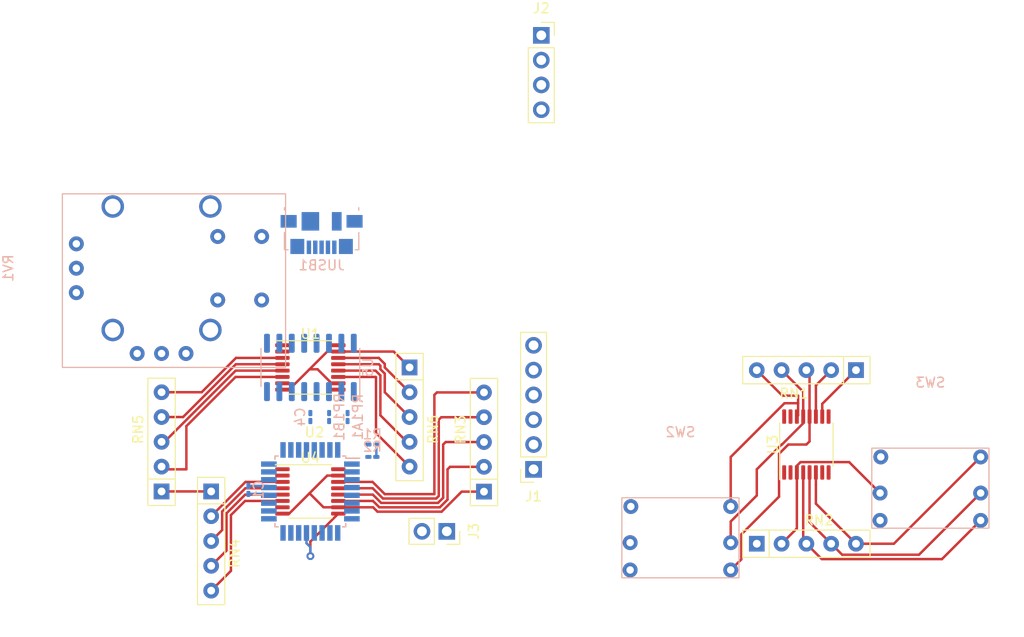
<source format=kicad_pcb>
(kicad_pcb (version 20211014) (generator pcbnew)
  (layers (0 "F.Cu" signal) (31 "B.Cu" signal) (34 "B.Paste" user) (35 "F.Paste" user) (36 "B.SilkS" user "B.Silkscreen") (37 "F.SilkS" user "F.Silkscreen") (38 "B.Mask" user) (39 "F.Mask" user) (44 "Edge.Cuts" user))
  (net 0 "")
  (net 1 "GND")
  (net 2 "+5V")
  (net 3 "/ENCODER_A")
  (net 4 "/ENCODER_B")
  (net 5 "Net-(JUSB1-Pad2)")
  (net 6 "/THUMB_PUSH")
  (net 7 "/TRIGGER_1")
  (net 12 "/TRIGGER_2")
  (net 13 "/PANEL_PUSH")
  (net 14 "/TOP_SIDE_PUSH")
  (net 18 "/HAT1_PUSH")
  (net 19 "/HAT2_PUSH")
  (net 20 "Net-(JUSB1-Pad3)")
  (net 21 "/BRAKE")
  (net 22 "/PINKY_PUSH")
  (net 23 "/NC")
  (net 24 "/THUMB_Y")
  (net 25 "/THUMB_X")
  (net 26 "/SH_LATCH")
  (net 27 "/SH_CLK")
  (net 28 "/SH_DATA3")
  (net 35 "/SH_DATA1")
  (net 36 "/SH_DATA2")
  (net 37 "Net-(C1-Pad1)")
  (net 39 "/SDA")
  (net 40 "/SCL")
  (net 41 "/RESET")
  (net 42 "Net-(RP1A1-Pad1)")
  (net 43 "Net-(RP1B1-Pad1)")
  (net 45 "/RX")
  (net 46 "/TX")
  (net 55 "Net-(C4-Pad1)")
  (net 58 "Net-(SW2-Pad5)")
  (net 59 "Net-(SW2-Pad3)")
  (net 60 "Net-(SW2-Pad2)")
  (net 61 "Net-(SW2-Pad1)")
  (net 62 "Net-(SW3-Pad5)")
  (net 63 "Net-(SW3-Pad3)")
  (net 64 "Net-(SW3-Pad2)")
  (net 65 "Net-(SW3-Pad1)")
  (net 66 "Net-(SW1-Pad)_1")
  (net 67 "Net-(SW1-Pad)_4")
  (net 68 "Net-(SW1-Pad)_3")
  (net 69 "Net-(SW1-Pad)_2")
  (net 70 "Net-(SW1-Pad)")
  (footprint "Connector_PinSocket_2.54mm:PinSocket_1x04_P2.54mm_Vertical" (layer "F.Cu") (at 196.37 24.13)
    (fp_text reference "J2" (at 0 -2.77) (layer "F.SilkS"))
    (fp_text value "Conn_01x04_Female")
    (fp_line (start 0 -1.33) (end 1.33 -1.33) (layer "F.SilkS") (width 0.12))
    (fp_line (start 1.33 -1.33) (end 1.33 0) (layer "F.SilkS") (width 0.12))
    (fp_line (start -1.33 1.27) (end 1.33 1.27) (layer "F.SilkS") (width 0.12))
    (fp_line (start 1.33 1.27) (end 1.33 8.95) (layer "F.SilkS") (width 0.12))
    (fp_line (start -1.33 8.95) (end 1.33 8.95) (layer "F.SilkS") (width 0.12))
    (fp_line (start -1.33 1.27) (end -1.33 8.95) (layer "F.SilkS") (width 0.12))
    (pad "1" thru_hole rect (at 0 0) (size 1.7 1.7) (drill 1) (layers *.Cu *.Mask) (net 25 "/THUMB_X"))
    (pad "2" thru_hole oval (at 0 2.54) (size 1.7 1.7) (drill 1) (layers *.Cu *.Mask) (net 24 "/THUMB_Y"))
    (pad "3" thru_hole oval (at 0 5.08) (size 1.7 1.7) (drill 1) (layers *.Cu *.Mask) (net 39 "/SDA"))
    (pad "4" thru_hole oval (at 0 7.62) (size 1.7 1.7) (drill 1) (layers *.Cu *.Mask) (net 40 "/SCL"))
  )
  (footprint "Connector_PinSocket_2.54mm:PinSocket_1x06_P2.54mm_Vertical" (layer "F.Cu") (at 195.58 68.58 180)
    (fp_text reference "J1" (at 0 -2.77) (layer "F.SilkS"))
    (fp_text value "Conn_01x06_Female")
    (fp_line (start 1.33 -1.33) (end 1.33 0) (layer "F.SilkS") (width 0.12))
    (fp_line (start -1.33 14.03) (end 1.33 14.03) (layer "F.SilkS") (width 0.12))
    (fp_line (start 1.33 1.27) (end 1.33 14.03) (layer "F.SilkS") (width 0.12))
    (fp_line (start 0 -1.33) (end 1.33 -1.33) (layer "F.SilkS") (width 0.12))
    (fp_line (start -1.33 1.27) (end -1.33 14.03) (layer "F.SilkS") (width 0.12))
    (fp_line (start -1.33 1.27) (end 1.33 1.27) (layer "F.SilkS") (width 0.12))
    (pad "1" thru_hole rect (at 0 0 180) (size 1.7 1.7) (drill 1) (layers *.Cu *.Mask) (net 6 "/THUMB_PUSH"))
    (pad "2" thru_hole oval (at 0 2.54 180) (size 1.7 1.7) (drill 1) (layers *.Cu *.Mask) (net 7 "/TRIGGER_1"))
    (pad "3" thru_hole oval (at 0 5.08 180) (size 1.7 1.7) (drill 1) (layers *.Cu *.Mask) (net 12 "/TRIGGER_2"))
    (pad "4" thru_hole oval (at 0 7.62 180) (size 1.7 1.7) (drill 1) (layers *.Cu *.Mask) (net 13 "/PANEL_PUSH"))
    (pad "5" thru_hole oval (at 0 10.16 180) (size 1.7 1.7) (drill 1) (layers *.Cu *.Mask) (net 14 "/TOP_SIDE_PUSH"))
    (pad "6" thru_hole oval (at 0 12.7 180) (size 1.7 1.7) (drill 1) (layers *.Cu *.Mask) (net 23 "/NC"))
  )
  (footprint "Package_SO:TSSOP-16_4.4x5mm_P0.65mm" (layer "F.Cu") (at 172.72 70.843866)
    (fp_text reference "U4" (at 0 -3.45) (layer "F.SilkS"))
    (fp_text value "74HC165")
    (fp_line (start 0 2.735) (end 2.2 2.735) (layer "F.SilkS") (width 0.12))
    (fp_line (start 0 2.735) (end -2.2 2.735) (layer "F.SilkS") (width 0.12))
    (fp_line (start 0 -2.735) (end -3.6 -2.735) (layer "F.SilkS") (width 0.12))
    (fp_line (start 0 -2.735) (end 2.2 -2.735) (layer "F.SilkS") (width 0.12))
    (pad "1" smd roundrect (at -2.8625 -2.275) (size 1.475 0.4) (layers "F.Cu" "F.Paste" "F.Mask") (net 26 "/SH_LATCH"))
    (pad "2" smd roundrect (at -2.8625 -1.625) (size 1.475 0.4) (layers "F.Cu" "F.Paste" "F.Mask") (net 27 "/SH_CLK"))
    (pad "3" smd roundrect (at -2.8625 -0.975) (size 1.475 0.4) (layers "F.Cu" "F.Paste" "F.Mask") (net 14 "/TOP_SIDE_PUSH"))
    (pad "4" smd roundrect (at -2.8625 -0.325) (size 1.475 0.4) (layers "F.Cu" "F.Paste" "F.Mask") (net 23 "/NC"))
    (pad "5" smd roundrect (at -2.8625 0.325) (size 1.475 0.4) (layers "F.Cu" "F.Paste" "F.Mask") (net 18 "/HAT1_PUSH"))
    (pad "6" smd roundrect (at -2.8625 0.975) (size 1.475 0.4) (layers "F.Cu" "F.Paste" "F.Mask") (net 19 "/HAT2_PUSH"))
    (pad "7" smd roundrect (at -2.8625 1.625) (size 1.475 0.4) (layers "F.Cu" "F.Paste" "F.Mask"))
    (pad "8" smd roundrect (at -2.8625 2.275) (size 1.475 0.4) (layers "F.Cu" "F.Paste" "F.Mask") (net 1 "GND"))
    (pad "9" smd roundrect (at 2.8625 2.275) (size 1.475 0.4) (layers "F.Cu" "F.Paste" "F.Mask") (net 36 "/SH_DATA2"))
    (pad "10" smd roundrect (at 2.8625 1.625) (size 1.475 0.4) (layers "F.Cu" "F.Paste" "F.Mask") (net 1 "GND"))
    (pad "11" smd roundrect (at 2.8625 0.975) (size 1.475 0.4) (layers "F.Cu" "F.Paste" "F.Mask") (net 6 "/THUMB_PUSH"))
    (pad "12" smd roundrect (at 2.8625 0.325) (size 1.475 0.4) (layers "F.Cu" "F.Paste" "F.Mask") (net 7 "/TRIGGER_1"))
    (pad "13" smd roundrect (at 2.8625 -0.325) (size 1.475 0.4) (layers "F.Cu" "F.Paste" "F.Mask") (net 12 "/TRIGGER_2"))
    (pad "14" smd roundrect (at 2.8625 -0.975) (size 1.475 0.4) (layers "F.Cu" "F.Paste" "F.Mask") (net 13 "/PANEL_PUSH"))
    (pad "15" smd roundrect (at 2.8625 -1.625) (size 1.475 0.4) (layers "F.Cu" "F.Paste" "F.Mask") (net 1 "GND"))
    (pad "16" smd roundrect (at 2.8625 -2.275) (size 1.475 0.4) (layers "F.Cu" "F.Paste" "F.Mask") (net 2 "+5V"))
  )
  (footprint "Resistor_THT:R_Array_SIP5" (layer "F.Cu") (at 162.56 70.843866 -90)
    (fp_text reference "RN4" (at 6.35 -2.4 90) (layer "F.SilkS"))
    (fp_text value "1k")
    (fp_line (start -1.44 -1.4) (end -1.44 1.4) (layer "F.SilkS") (width 0.12))
    (fp_line (start -1.44 1.4) (end 11.6 1.4) (layer "F.SilkS") (width 0.12))
    (fp_line (start 1.27 -1.4) (end 1.27 1.4) (layer "F.SilkS") (width 0.12))
    (fp_line (start 11.6 1.4) (end 11.6 -1.4) (layer "F.SilkS") (width 0.12))
    (fp_line (start 11.6 -1.4) (end -1.44 -1.4) (layer "F.SilkS") (width 0.12))
    (pad "1" thru_hole rect (at 0 0 270) (size 1.6 1.6) (drill 0.8) (layers *.Cu *.Mask) (net 1 "GND"))
    (pad "2" thru_hole oval (at 2.54 0 270) (size 1.6 1.6) (drill 0.8) (layers *.Cu *.Mask) (net 14 "/TOP_SIDE_PUSH"))
    (pad "3" thru_hole oval (at 5.08 0 270) (size 1.6 1.6) (drill 0.8) (layers *.Cu *.Mask) (net 23 "/NC"))
    (pad "4" thru_hole oval (at 7.62 0 270) (size 1.6 1.6) (drill 0.8) (layers *.Cu *.Mask) (net 18 "/HAT1_PUSH"))
    (pad "5" thru_hole oval (at 10.16 0 270) (size 1.6 1.6) (drill 0.8) (layers *.Cu *.Mask) (net 19 "/HAT2_PUSH"))
  )
  (footprint "Resistor_THT:R_Array_SIP5" (layer "F.Cu") (at 182.88 58.143866 -90)
    (fp_text reference "RN6" (at 6.35 -2.4 -270) (layer "F.SilkS"))
    (fp_text value "1k")
    (fp_line (start -1.44 1.4) (end 11.6 1.4) (layer "F.SilkS") (width 0.12))
    (fp_line (start 11.6 -1.4) (end -1.44 -1.4) (layer "F.SilkS") (width 0.12))
    (fp_line (start 11.6 1.4) (end 11.6 -1.4) (layer "F.SilkS") (width 0.12))
    (fp_line (start -1.44 -1.4) (end -1.44 1.4) (layer "F.SilkS") (width 0.12))
    (fp_line (start 1.27 -1.4) (end 1.27 1.4) (layer "F.SilkS") (width 0.12))
    (pad "1" thru_hole rect (at 0 0 270) (size 1.6 1.6) (drill 0.8) (layers *.Cu *.Mask) (net 1 "GND"))
    (pad "2" thru_hole oval (at 2.54 0 270) (size 1.6 1.6) (drill 0.8) (layers *.Cu *.Mask) (net 67 "Net-(SW1-Pad)_4"))
    (pad "3" thru_hole oval (at 5.08 0 270) (size 1.6 1.6) (drill 0.8) (layers *.Cu *.Mask) (net 68 "Net-(SW1-Pad)_3"))
    (pad "4" thru_hole oval (at 7.62 0 270) (size 1.6 1.6) (drill 0.8) (layers *.Cu *.Mask) (net 69 "Net-(SW1-Pad)_2"))
    (pad "5" thru_hole oval (at 10.16 0 270) (size 1.6 1.6) (drill 0.8) (layers *.Cu *.Mask) (net 70 "Net-(SW1-Pad)"))
  )
  (footprint "Package_SO:TSSOP-16_4.4x5mm_P0.65mm" (layer "F.Cu") (at 172.72 58.143866)
    (fp_text reference "U1" (at 0 -3.45) (layer "F.SilkS"))
    (fp_text value "74HC165")
    (fp_line (start 0 2.735) (end 2.2 2.735) (layer "F.SilkS") (width 0.12))
    (fp_line (start 0 -2.735) (end -3.6 -2.735) (layer "F.SilkS") (width 0.12))
    (fp_line (start 0 -2.735) (end 2.2 -2.735) (layer "F.SilkS") (width 0.12))
    (fp_line (start 0 2.735) (end -2.2 2.735) (layer "F.SilkS") (width 0.12))
    (pad "1" smd roundrect (at -2.8625 -2.275) (size 1.475 0.4) (layers "F.Cu" "F.Paste" "F.Mask") (net 26 "/SH_LATCH"))
    (pad "2" smd roundrect (at -2.8625 -1.625) (size 1.475 0.4) (layers "F.Cu" "F.Paste" "F.Mask") (net 27 "/SH_CLK"))
    (pad "3" smd roundrect (at -2.8625 -0.975) (size 1.475 0.4) (layers "F.Cu" "F.Paste" "F.Mask") (net 66 "Net-(SW1-Pad)_1"))
    (pad "4" smd roundrect (at -2.8625 -0.325) (size 1.475 0.4) (layers "F.Cu" "F.Paste" "F.Mask") (net 21 "/BRAKE"))
    (pad "5" smd roundrect (at -2.8625 0.325) (size 1.475 0.4) (layers "F.Cu" "F.Paste" "F.Mask") (net 22 "/PINKY_PUSH"))
    (pad "6" smd roundrect (at -2.8625 0.975) (size 1.475 0.4) (layers "F.Cu" "F.Paste" "F.Mask") (net 23 "/NC"))
    (pad "7" smd roundrect (at -2.8625 1.625) (size 1.475 0.4) (layers "F.Cu" "F.Paste" "F.Mask"))
    (pad "8" smd roundrect (at -2.8625 2.275) (size 1.475 0.4) (layers "F.Cu" "F.Paste" "F.Mask") (net 1 "GND"))
    (pad "9" smd roundrect (at 2.8625 2.275) (size 1.475 0.4) (layers "F.Cu" "F.Paste" "F.Mask") (net 28 "/SH_DATA3"))
    (pad "10" smd roundrect (at 2.8625 1.625) (size 1.475 0.4) (layers "F.Cu" "F.Paste" "F.Mask") (net 1 "GND"))
    (pad "11" smd roundrect (at 2.8625 0.975) (size 1.475 0.4) (layers "F.Cu" "F.Paste" "F.Mask") (net 70 "Net-(SW1-Pad)"))
    (pad "12" smd roundrect (at 2.8625 0.325) (size 1.475 0.4) (layers "F.Cu" "F.Paste" "F.Mask") (net 69 "Net-(SW1-Pad)_2"))
    (pad "13" smd roundrect (at 2.8625 -0.325) (size 1.475 0.4) (layers "F.Cu" "F.Paste" "F.Mask") (net 68 "Net-(SW1-Pad)_3"))
    (pad "14" smd roundrect (at 2.8625 -0.975) (size 1.475 0.4) (layers "F.Cu" "F.Paste" "F.Mask") (net 67 "Net-(SW1-Pad)_4"))
    (pad "15" smd roundrect (at 2.8625 -1.625) (size 1.475 0.4) (layers "F.Cu" "F.Paste" "F.Mask") (net 1 "GND"))
    (pad "16" smd roundrect (at 2.8625 -2.275) (size 1.475 0.4) (layers "F.Cu" "F.Paste" "F.Mask") (net 2 "+5V"))
  )
  (footprint "Package_SO:TSSOP-16_4.4x5mm_P0.65mm" (layer "F.Cu") (at 223.52 66.04 90)
    (fp_text reference "U3" (at 0 -3.45 90) (layer "F.SilkS"))
    (fp_text value "74HC165")
    (fp_line (start 0 -2.735) (end -3.6 -2.735) (layer "F.SilkS") (width 0.12))
    (fp_line (start 0 2.735) (end -2.2 2.735) (layer "F.SilkS") (width 0.12))
    (fp_line (start 0 2.735) (end 2.2 2.735) (layer "F.SilkS") (width 0.12))
    (fp_line (start 0 -2.735) (end 2.2 -2.735) (layer "F.SilkS") (width 0.12))
    (pad "1" smd roundrect (at -2.8625 -2.275 90) (size 1.475 0.4) (layers "F.Cu" "F.Paste" "F.Mask") (net 26 "/SH_LATCH"))
    (pad "2" smd roundrect (at -2.8625 -1.625 90) (size 1.475 0.4) (layers "F.Cu" "F.Paste" "F.Mask") (net 27 "/SH_CLK"))
    (pad "3" smd roundrect (at -2.8625 -0.975 90) (size 1.475 0.4) (layers "F.Cu" "F.Paste" "F.Mask") (net 62 "Net-(SW3-Pad5)"))
    (pad "4" smd roundrect (at -2.8625 -0.325 90) (size 1.475 0.4) (layers "F.Cu" "F.Paste" "F.Mask") (net 63 "Net-(SW3-Pad3)"))
    (pad "5" smd roundrect (at -2.8625 0.325 90) (size 1.475 0.4) (layers "F.Cu" "F.Paste" "F.Mask") (net 64 "Net-(SW3-Pad2)"))
    (pad "6" smd roundrect (at -2.8625 0.975 90) (size 1.475 0.4) (layers "F.Cu" "F.Paste" "F.Mask") (net 65 "Net-(SW3-Pad1)"))
    (pad "7" smd roundrect (at -2.8625 1.625 90) (size 1.475 0.4) (layers "F.Cu" "F.Paste" "F.Mask"))
    (pad "8" smd roundrect (at -2.8625 2.275 90) (size 1.475 0.4) (layers "F.Cu" "F.Paste" "F.Mask") (net 1 "GND"))
    (pad "9" smd roundrect (at 2.8625 2.275 90) (size 1.475 0.4) (layers "F.Cu" "F.Paste" "F.Mask") (net 35 "/SH_DATA1"))
    (pad "10" smd roundrect (at 2.8625 1.625 90) (size 1.475 0.4) (layers "F.Cu" "F.Paste" "F.Mask") (net 1 "GND"))
    (pad "11" smd roundrect (at 2.8625 0.975 90) (size 1.475 0.4) (layers "F.Cu" "F.Paste" "F.Mask") (net 58 "Net-(SW2-Pad5)"))
    (pad "12" smd roundrect (at 2.8625 0.325 90) (size 1.475 0.4) (layers "F.Cu" "F.Paste" "F.Mask") (net 59 "Net-(SW2-Pad3)"))
    (pad "13" smd roundrect (at 2.8625 -0.325 90) (size 1.475 0.4) (layers "F.Cu" "F.Paste" "F.Mask") (net 60 "Net-(SW2-Pad2)"))
    (pad "14" smd roundrect (at 2.8625 -0.975 90) (size 1.475 0.4) (layers "F.Cu" "F.Paste" "F.Mask") (net 61 "Net-(SW2-Pad1)"))
    (pad "15" smd roundrect (at 2.8625 -1.625 90) (size 1.475 0.4) (layers "F.Cu" "F.Paste" "F.Mask") (net 1 "GND"))
    (pad "16" smd roundrect (at 2.8625 -2.275 90) (size 1.475 0.4) (layers "F.Cu" "F.Paste" "F.Mask") (net 2 "+5V"))
  )
  (footprint "Resistor_THT:R_Array_SIP5" (layer "F.Cu") (at 157.48 70.843866 90)
    (fp_text reference "RN5" (at 6.35 -2.4 90) (layer "F.SilkS"))
    (fp_text value "1k")
    (fp_line (start -1.44 1.4) (end 11.6 1.4) (layer "F.SilkS") (width 0.12))
    (fp_line (start -1.44 -1.4) (end -1.44 1.4) (layer "F.SilkS") (width 0.12))
    (fp_line (start 1.27 -1.4) (end 1.27 1.4) (layer "F.SilkS") (width 0.12))
    (fp_line (start 11.6 1.4) (end 11.6 -1.4) (layer "F.SilkS") (width 0.12))
    (fp_line (start 11.6 -1.4) (end -1.44 -1.4) (layer "F.SilkS") (width 0.12))
    (pad "1" thru_hole rect (at 0 0 90) (size 1.6 1.6) (drill 0.8) (layers *.Cu *.Mask) (net 1 "GND"))
    (pad "2" thru_hole oval (at 2.54 0 90) (size 1.6 1.6) (drill 0.8) (layers *.Cu *.Mask) (net 23 "/NC"))
    (pad "3" thru_hole oval (at 5.08 0 90) (size 1.6 1.6) (drill 0.8) (layers *.Cu *.Mask) (net 22 "/PINKY_PUSH"))
    (pad "4" thru_hole oval (at 7.62 0 90) (size 1.6 1.6) (drill 0.8) (layers *.Cu *.Mask) (net 21 "/BRAKE"))
    (pad "5" thru_hole oval (at 10.16 0 90) (size 1.6 1.6) (drill 0.8) (layers *.Cu *.Mask) (net 66 "Net-(SW1-Pad)_1"))
  )
  (footprint "Resistor_THT:R_Array_SIP5" (layer "F.Cu") (at 218.44 76.2)
    (fp_text reference "RN2" (at 6.35 -2.4) (layer "F.SilkS"))
    (fp_text value "1k")
    (fp_line (start -1.44 1.4) (end 11.6 1.4) (layer "F.SilkS") (width 0.12))
    (fp_line (start -1.44 -1.4) (end -1.44 1.4) (layer "F.SilkS") (width 0.12))
    (fp_line (start 11.6 1.4) (end 11.6 -1.4) (layer "F.SilkS") (width 0.12))
    (fp_line (start 11.6 -1.4) (end -1.44 -1.4) (layer "F.SilkS") (width 0.12))
    (fp_line (start 1.27 -1.4) (end 1.27 1.4) (layer "F.SilkS") (width 0.12))
    (pad "1" thru_hole rect (at 0 0) (size 1.6 1.6) (drill 0.8) (layers *.Cu *.Mask) (net 1 "GND"))
    (pad "2" thru_hole oval (at 2.54 0) (size 1.6 1.6) (drill 0.8) (layers *.Cu *.Mask) (net 62 "Net-(SW3-Pad5)"))
    (pad "3" thru_hole oval (at 5.08 0) (size 1.6 1.6) (drill 0.8) (layers *.Cu *.Mask) (net 63 "Net-(SW3-Pad3)"))
    (pad "4" thru_hole oval (at 7.62 0) (size 1.6 1.6) (drill 0.8) (layers *.Cu *.Mask) (net 64 "Net-(SW3-Pad2)"))
    (pad "5" thru_hole oval (at 10.16 0) (size 1.6 1.6) (drill 0.8) (layers *.Cu *.Mask) (net 65 "Net-(SW3-Pad1)"))
  )
  (footprint "Connector_PinSocket_2.54mm:PinSocket_1x02_P2.54mm_Vertical" (layer "F.Cu") (at 186.69 74.93 -90)
    (fp_text reference "J3" (at 0 -2.77 90) (layer "F.SilkS"))
    (fp_text value "Conn_01x02_Female")
    (fp_line (start 1.33 -1.33) (end 1.33 0) (layer "F.SilkS") (width 0.12))
    (fp_line (start -1.33 1.27) (end 1.33 1.27) (layer "F.SilkS") (width 0.12))
    (fp_line (start 0 -1.33) (end 1.33 -1.33) (layer "F.SilkS") (width 0.12))
    (fp_line (start 1.33 1.27) (end 1.33 3.87) (layer "F.SilkS") (width 0.12))
    (fp_line (start -1.33 3.87) (end 1.33 3.87) (layer "F.SilkS") (width 0.12))
    (fp_line (start -1.33 1.27) (end -1.33 3.87) (layer "F.SilkS") (width 0.12))
    (pad "1" thru_hole rect (at 0 0 270) (size 1.7 1.7) (drill 1) (layers *.Cu *.Mask) (net 3 "/ENCODER_A"))
    (pad "2" thru_hole oval (at 0 2.54 270) (size 1.7 1.7) (drill 1) (layers *.Cu *.Mask) (net 4 "/ENCODER_B"))
  )
  (footprint "Resistor_THT:R_Array_SIP5" (layer "F.Cu") (at 228.6 58.42 180)
    (fp_text reference "RN1" (at 6.35 -2.4) (layer "F.SilkS"))
    (fp_text value "1k")
    (fp_line (start -1.44 -1.4) (end -1.44 1.4) (layer "F.SilkS") (width 0.12))
    (fp_line (start -1.44 1.4) (end 11.6 1.4) (layer "F.SilkS") (width 0.12))
    (fp_line (start 11.6 -1.4) (end -1.44 -1.4) (layer "F.SilkS") (width 0.12))
    (fp_line (start 1.27 -1.4) (end 1.27 1.4) (layer "F.SilkS") (width 0.12))
    (fp_line (start 11.6 1.4) (end 11.6 -1.4) (layer "F.SilkS") (width 0.12))
    (pad "1" thru_hole rect (at 0 0 180) (size 1.6 1.6) (drill 0.8) (layers *.Cu *.Mask) (net 1 "GND"))
    (pad "2" thru_hole oval (at 2.54 0 180) (size 1.6 1.6) (drill 0.8) (layers *.Cu *.Mask) (net 58 "Net-(SW2-Pad5)"))
    (pad "3" thru_hole oval (at 5.08 0 180) (size 1.6 1.6) (drill 0.8) (layers *.Cu *.Mask) (net 59 "Net-(SW2-Pad3)"))
    (pad "4" thru_hole oval (at 7.62 0 180) (size 1.6 1.6) (drill 0.8) (layers *.Cu *.Mask) (net 60 "Net-(SW2-Pad2)"))
    (pad "5" thru_hole oval (at 10.16 0 180) (size 1.6 1.6) (drill 0.8) (layers *.Cu *.Mask) (net 61 "Net-(SW2-Pad1)"))
  )
  (footprint "Resistor_THT:R_Array_SIP5" (layer "F.Cu") (at 190.5 70.863866 90)
    (fp_text reference "RN3" (at 6.35 -2.4 90) (layer "F.SilkS"))
    (fp_text value "1k")
    (fp_line (start -1.44 -1.4) (end -1.44 1.4) (layer "F.SilkS") (width 0.12))
    (fp_line (start 1.27 -1.4) (end 1.27 1.4) (layer "F.SilkS") (width 0.12))
    (fp_line (start 11.6 -1.4) (end -1.44 -1.4) (layer "F.SilkS") (width 0.12))
    (fp_line (start -1.44 1.4) (end 11.6 1.4) (layer "F.SilkS") (width 0.12))
    (fp_line (start 11.6 1.4) (end 11.6 -1.4) (layer "F.SilkS") (width 0.12))
    (pad "1" thru_hole rect (at 0 0 90) (size 1.6 1.6) (drill 0.8) (layers *.Cu *.Mask) (net 1 "GND"))
    (pad "2" thru_hole oval (at 2.54 0 90) (size 1.6 1.6) (drill 0.8) (layers *.Cu *.Mask) (net 6 "/THUMB_PUSH"))
    (pad "3" thru_hole oval (at 5.08 0 90) (size 1.6 1.6) (drill 0.8) (layers *.Cu *.Mask) (net 7 "/TRIGGER_1"))
    (pad "4" thru_hole oval (at 7.62 0 90) (size 1.6 1.6) (drill 0.8) (layers *.Cu *.Mask) (net 12 "/TRIGGER_2"))
    (pad "5" thru_hole oval (at 10.16 0 90) (size 1.6 1.6) (drill 0.8) (layers *.Cu *.Mask) (net 13 "/PANEL_PUSH"))
  )
  (footprint "Alps-RKJXV:RKJXV122400R" (layer "B.Cu") (at 157.48 47.983866 -90)
    (fp_text reference "RV1" (at 0 15.7 90 unlocked) (layer "B.SilkS") (effects (justify mirror)))
    (fp_text value "RKJXV122400R")
    (fp_rect (start -7.62 10.16) (end 10.16 -12.7) (layer "B.SilkS") (width 0.12) (fill none))
    (pad "1" thru_hole circle (at -2.5 8.73 270) (size 1.524 1.524) (drill 0.762) (layers *.Cu *.Mask) (net 2 "+5V"))
    (pad "2" thru_hole circle (at 8.73 2.5 270) (size 1.524 1.524) (drill 0.762) (layers *.Cu *.Mask) (net 2 "+5V"))
    (pad "3" thru_hole circle (at 2.5 8.73 270) (size 1.524 1.524) (drill 0.762) (layers *.Cu *.Mask) (net 1 "GND"))
    (pad "4" thru_hole circle (at 8.73 -2.5 270) (size 1.524 1.524) (drill 0.762) (layers *.Cu *.Mask) (net 1 "GND"))
    (pad "5" thru_hole circle (at -6.325 5 270) (size 2.3 2.3) (drill 1.6) (layers *.Cu *.Mask) (net 1 "GND"))
    (pad "5" thru_hole circle (at -6.325 -5 270) (size 2.3 2.3) (drill 1.6) (layers *.Cu *.Mask) (net 1 "GND"))
    (pad "5" thru_hole circle (at 6.325 -5 270) (size 2.3 2.3) (drill 1.6) (layers *.Cu *.Mask) (net 1 "GND"))
    (pad "5" thru_hole circle (at 6.325 5 270) (size 2.3 2.3) (drill 1.6) (layers *.Cu *.Mask) (net 1 "GND"))
    (pad "6" thru_hole circle (at 8.73 0 270) (size 1.524 1.524) (drill 0.762) (layers *.Cu *.Mask) (net 24 "/THUMB_Y"))
    (pad "7" thru_hole circle (at 0 8.73 270) (size 1.524 1.524) (drill 0.762) (layers *.Cu *.Mask) (net 25 "/THUMB_X"))
    (pad "8" thru_hole circle (at 3.25 -5.75 270) (size 1.524 1.524) (drill 0.762) (layers *.Cu *.Mask) (net 2 "+5V"))
    (pad "8" thru_hole circle (at -3.25 -5.75 270) (size 1.524 1.524) (drill 0.762) (layers *.Cu *.Mask) (net 2 "+5V"))
    (pad "9" thru_hole circle (at 3.25 -10.25 270) (size 1.524 1.524) (drill 0.762) (layers *.Cu *.Mask) (net 6 "/THUMB_PUSH"))
    (pad "9" thru_hole circle (at -3.25 -10.25 270) (size 1.524 1.524) (drill 0.762) (layers *.Cu *.Mask) (net 6 "/THUMB_PUSH"))
  )
  (footprint "Alps-SKQU:SKQUCAA010" (layer "B.Cu") (at 210.62 72.39 180)
    (fp_text reference "SW2" (at 0 7.62 unlocked) (layer "B.SilkS") (effects (justify mirror)))
    (fp_text value "SKQUCAA010")
    (fp_rect (start -6 0.9) (end 6 -7.3) (layer "B.SilkS") (width 0.12) (fill none))
    (pad "1" thru_hole circle (at -5.15 0 180) (size 1.524 1.524) (drill 0.762) (layers *.Cu *.Mask) (net 61 "Net-(SW2-Pad1)"))
    (pad "2" thru_hole circle (at -5.15 -3.7 180) (size 1.524 1.524) (drill 0.762) (layers *.Cu *.Mask) (net 60 "Net-(SW2-Pad2)"))
    (pad "3" thru_hole circle (at -5.15 -6.5 180) (size 1.524 1.524) (drill 0.762) (layers *.Cu *.Mask) (net 59 "Net-(SW2-Pad3)"))
    (pad "4" thru_hole circle (at 5.15 -6.5 180) (size 1.524 1.524) (drill 0.762) (layers *.Cu *.Mask) (net 2 "+5V"))
    (pad "5" thru_hole circle (at 5.15 -3.7 180) (size 1.524 1.524) (drill 0.762) (layers *.Cu *.Mask) (net 58 "Net-(SW2-Pad5)"))
    (pad "6" thru_hole circle (at 5.08 0 180) (size 1.524 1.524) (drill 0.762) (layers *.Cu *.Mask) (net 18 "/HAT1_PUSH"))
  )
  (footprint "Resistor_SMD:R_0201_0603Metric_Pad0.64x0.40mm_HandSolder" (layer "B.Cu") (at 174.637024 63.223866 90)
    (fp_text reference "RP1B1" (at 0 1.05 90) (layer "B.SilkS") (effects (justify mirror)))
    (fp_text value "1k")
    (pad "1" smd roundrect (at -0.4075 0 90) (size 0.635 0.4) (layers "B.Cu" "B.Mask") (net 43 "Net-(RP1B1-Pad1)"))
    (pad "2" smd roundrect (at 0.4075 0 90) (size 0.635 0.4) (layers "B.Cu" "B.Mask") (net 46 "/TX"))
  )
  (footprint "Resistor_SMD:R_0201_0603Metric_Pad0.64x0.40mm_HandSolder" (layer "B.Cu") (at 179.07 67.31 180)
    (fp_text reference "R2" (at 0 1.05) (layer "B.SilkS") (effects (justify mirror)))
    (fp_text value "1k")
    (pad "1" smd roundrect (at -0.4075 0 180) (size 0.635 0.4) (layers "B.Cu" "B.Mask") (net 2 "+5V"))
    (pad "2" smd roundrect (at 0.4075 0 180) (size 0.635 0.4) (layers "B.Cu" "B.Mask") (net 4 "/ENCODER_B"))
  )
  (footprint "Alps-SKQU:SKQUCAA010" (layer "B.Cu") (at 236.22 67.31 180)
    (fp_text reference "SW3" (at 0 7.62 unlocked) (layer "B.SilkS") (effects (justify mirror)))
    (fp_text value "SKQUCAA010")
    (fp_rect (start -6 0.9) (end 6 -7.3) (layer "B.SilkS") (width 0.12) (fill none))
    (pad "1" thru_hole circle (at -5.15 0 180) (size 1.524 1.524) (drill 0.762) (layers *.Cu *.Mask) (net 65 "Net-(SW3-Pad1)"))
    (pad "2" thru_hole circle (at -5.15 -3.7 180) (size 1.524 1.524) (drill 0.762) (layers *.Cu *.Mask) (net 64 "Net-(SW3-Pad2)"))
    (pad "3" thru_hole circle (at -5.15 -6.5 180) (size 1.524 1.524) (drill 0.762) (layers *.Cu *.Mask) (net 63 "Net-(SW3-Pad3)"))
    (pad "4" thru_hole circle (at 5.15 -6.5 180) (size 1.524 1.524) (drill 0.762) (layers *.Cu *.Mask) (net 2 "+5V"))
    (pad "5" thru_hole circle (at 5.15 -3.7 180) (size 1.524 1.524) (drill 0.762) (layers *.Cu *.Mask) (net 62 "Net-(SW3-Pad5)"))
    (pad "6" thru_hole circle (at 5.08 0 180) (size 1.524 1.524) (drill 0.762) (layers *.Cu *.Mask) (net 19 "/HAT2_PUSH"))
  )
  (footprint "Package_QFP:TQFP-32_7x7mm_P0.8mm" (layer "B.Cu") (at 172.72 70.843866 180)
    (fp_text reference "U2" (at -0.417024 6.05) (layer "F.SilkS"))
    (fp_text value "ATmega328P-A")
    (fp_line (start -3.625 3.625) (end -3.625 3.4) (layer "B.SilkS") (width 0.15))
    (fp_line (start 3.625 3.625) (end 3.625 3.3) (layer "B.SilkS") (width 0.15))
    (fp_line (start 3.625 -3.625) (end 3.625 -3.3) (layer "B.SilkS") (width 0.15))
    (fp_line (start -3.625 -3.625) (end -3.3 -3.625) (layer "B.SilkS") (width 0.15))
    (fp_line (start -3.625 -3.625) (end -3.625 -3.3) (layer "B.SilkS") (width 0.15))
    (fp_line (start -3.625 3.625) (end -3.3 3.625) (layer "B.SilkS") (width 0.15))
    (fp_line (start 3.625 -3.625) (end 3.3 -3.625) (layer "B.SilkS") (width 0.15))
    (fp_line (start 3.625 3.625) (end 3.3 3.625) (layer "B.SilkS") (width 0.15))
    (fp_line (start -3.625 3.4) (end -5.05 3.4) (layer "B.SilkS") (width 0.15))
    (pad "1" smd rect (at -4.25 2.8 180) (size 1.6 0.55) (layers "B.Cu" "B.Paste" "B.Mask") (net 4 "/ENCODER_B"))
    (pad "2" smd rect (at -4.25 2 180) (size 1.6 0.55) (layers "B.Cu" "B.Paste" "B.Mask"))
    (pad "3" smd rect (at -4.25 1.2 180) (size 1.6 0.55) (layers "B.Cu" "B.Paste" "B.Mask") (net 1 "GND"))
    (pad "4" smd rect (at -4.25 0.4 180) (size 1.6 0.55) (layers "B.Cu" "B.Paste" "B.Mask") (net 2 "+5V"))
    (pad "5" smd rect (at -4.25 -0.4 180) (size 1.6 0.55) (layers "B.Cu" "B.Paste" "B.Mask") (net 1 "GND"))
    (pad "6" smd rect (at -4.25 -1.2 180) (size 1.6 0.55) (layers "B.Cu" "B.Paste" "B.Mask") (net 2 "+5V"))
    (pad "7" smd rect (at -4.25 -2 180) (size 1.6 0.55) (layers "B.Cu" "B.Paste" "B.Mask"))
    (pad "8" smd rect (at -4.25 -2.8 180) (size 1.6 0.55) (layers "B.Cu" "B.Paste" "B.Mask"))
    (pad "9" smd rect (at -2.8 -4.25 90) (size 1.6 0.55) (layers "B.Cu" "B.Paste" "B.Mask"))
    (pad "10" smd rect (at -2 -4.25 90) (size 1.6 0.55) (layers "B.Cu" "B.Paste" "B.Mask"))
    (pad "11" smd rect (at -1.2 -4.25 90) (size 1.6 0.55) (layers "B.Cu" "B.Paste" "B.Mask"))
    (pad "12" smd rect (at -0.4 -4.25 90) (size 1.6 0.55) (layers "B.Cu" "B.Paste" "B.Mask") (net 35 "/SH_DATA1"))
    (pad "13" smd rect (at 0.4 -4.25 90) (size 1.6 0.55) (layers "B.Cu" "B.Paste" "B.Mask") (net 36 "/SH_DATA2"))
    (pad "14" smd rect (at 1.2 -4.25 90) (size 1.6 0.55) (layers "B.Cu" "B.Paste" "B.Mask") (net 28 "/SH_DATA3"))
    (pad "15" smd rect (at 2 -4.25 90) (size 1.6 0.55) (layers "B.Cu" "B.Paste" "B.Mask"))
    (pad "16" smd rect (at 2.8 -4.25 90) (size 1.6 0.55) (layers "B.Cu" "B.Paste" "B.Mask"))
    (pad "17" smd rect (at 4.25 -2.8 180) (size 1.6 0.55) (layers "B.Cu" "B.Paste" "B.Mask"))
    (pad "18" smd rect (at 4.25 -2 180) (size 1.6 0.55) (layers "B.Cu" "B.Paste" "B.Mask") (net 2 "+5V"))
    (pad "19" smd rect (at 4.25 -1.2 180) (size 1.6 0.55) (layers "B.Cu" "B.Paste" "B.Mask"))
    (pad "20" smd rect (at 4.25 -0.4 180) (size 1.6 0.55) (layers "B.Cu" "B.Paste" "B.Mask") (net 37 "Net-(C1-Pad1)"))
    (pad "21" smd rect (at 4.25 0.4 180) (size 1.6 0.55) (layers "B.Cu" "B.Paste" "B.Mask") (net 1 "GND"))
    (pad "22" smd rect (at 4.25 1.2 180) (size 1.6 0.55) (layers "B.Cu" "B.Paste" "B.Mask"))
    (pad "23" smd rect (at 4.25 2 180) (size 1.6 0.55) (layers "B.Cu" "B.Paste" "B.Mask") (net 27 "/SH_CLK"))
    (pad "24" smd rect (at 4.25 2.8 180) (size 1.6 0.55) (layers "B.Cu" "B.Paste" "B.Mask") (net 26 "/SH_LATCH"))
    (pad "25" smd rect (at 2.8 4.25 90) (size 1.6 0.55) (layers "B.Cu" "B.Paste" "B.Mask") (net 25 "/THUMB_X"))
    (pad "26" smd rect (at 2 4.25 90) (size 1.6 0.55) (layers "B.Cu" "B.Paste" "B.Mask") (net 24 "/THUMB_Y"))
    (pad "27" smd rect (at 1.2 4.25 90) (size 1.6 0.55) (layers "B.Cu" "B.Paste" "B.Mask") (net 39 "/SDA"))
    (pad "28" smd rect (at 0.4 4.25 90) (size 1.6 0.55) (layers "B.Cu" "B.Paste" "B.Mask") (net 40 "/SCL"))
    (pad "29" smd rect (at -0.4 4.25 90) (size 1.6 0.55) (layers "B.Cu" "B.Paste" "B.Mask") (net 41 "/RESET"))
    (pad "30" smd rect (at -1.2 4.25 90) (size 1.6 0.55) (layers "B.Cu" "B.Paste" "B.Mask") (net 42 "Net-(RP1A1-Pad1)"))
    (pad "31" smd rect (at -2 4.25 90) (size 1.6 0.55) (layers "B.Cu" "B.Paste" "B.Mask") (net 43 "Net-(RP1B1-Pad1)"))
    (pad "32" smd rect (at -2.8 4.25 90) (size 1.6 0.55) (layers "B.Cu" "B.Paste" "B.Mask") (net 3 "/ENCODER_A"))
  )
  (footprint "Resistor_SMD:R_0201_0603Metric_Pad0.64x0.40mm_HandSolder" (layer "B.Cu") (at 176.53 63.223866 90)
    (fp_text reference "RP1A1" (at 0 1.05 90) (layer "B.SilkS") (effects (justify mirror)))
    (fp_text value "1k")
    (pad "1" smd roundrect (at -0.4075 0 90) (size 0.635 0.4) (layers "B.Cu" "B.Mask") (net 42 "Net-(RP1A1-Pad1)"))
    (pad "2" smd roundrect (at 0.4075 0 90) (size 0.635 0.4) (layers "B.Cu" "B.Mask") (net 45 "/RX"))
  )
  (footprint "Package_SO:SOIC-16_3.9x9.9mm_P1.27mm" (layer "B.Cu") (at 172.72 58.143866 90)
    (fp_text reference "U5" (at 0 5.9 90) (layer "B.SilkS") (effects (justify mirror)))
    (fp_text value "CH340G")
    (fp_line (start 0 5.06) (end -3.45 5.06) (layer "B.SilkS") (width 0.12))
    (fp_line (start 0 5.06) (end 1.95 5.06) (layer "B.SilkS") (width 0.12))
    (fp_line (start 0 -5.06) (end 1.95 -5.06) (layer "B.SilkS") (width 0.12))
    (fp_line (start 0 -5.06) (end -1.95 -5.06) (layer "B.SilkS") (width 0.12))
    (pad "1" smd roundrect (at -2.475 4.445 90) (size 1.95 0.6) (layers "B.Cu" "B.Paste" "B.Mask"))
    (pad "2" smd roundrect (at -2.475 3.175 90) (size 1.95 0.6) (layers "B.Cu" "B.Paste" "B.Mask") (net 45 "/RX"))
    (pad "3" smd roundrect (at -2.475 1.905 90) (size 1.95 0.6) (layers "B.Cu" "B.Paste" "B.Mask") (net 46 "/TX"))
    (pad "4" smd roundrect (at -2.475 0.635 90) (size 1.95 0.6) (layers "B.Cu" "B.Paste" "B.Mask"))
    (pad "5" smd roundrect (at -2.475 -0.635 90) (size 1.95 0.6) (layers "B.Cu" "B.Paste" "B.Mask") (net 20 "Net-(JUSB1-Pad3)"))
    (pad "6" smd roundrect (at -2.475 -1.905 90) (size 1.95 0.6) (layers "B.Cu" "B.Paste" "B.Mask") (net 5 "Net-(JUSB1-Pad2)"))
    (pad "7" smd roundrect (at -2.475 -3.175 90) (size 1.95 0.6) (layers "B.Cu" "B.Paste" "B.Mask"))
    (pad "8" smd roundrect (at -2.475 -4.445 90) (size 1.95 0.6) (layers "B.Cu" "B.Paste" "B.Mask"))
    (pad "9" smd roundrect (at 2.475 -4.445 90) (size 1.95 0.6) (layers "B.Cu" "B.Paste" "B.Mask"))
    (pad "10" smd roundrect (at 2.475 -3.175 90) (size 1.95 0.6) (layers "B.Cu" "B.Paste" "B.Mask"))
    (pad "11" smd roundrect (at 2.475 -1.905 90) (size 1.95 0.6) (layers "B.Cu" "B.Paste" "B.Mask"))
    (pad "12" smd roundrect (at 2.475 -0.635 90) (size 1.95 0.6) (layers "B.Cu" "B.Paste" "B.Mask"))
    (pad "13" smd roundrect (at 2.475 0.635 90) (size 1.95 0.6) (layers "B.Cu" "B.Paste" "B.Mask") (net 55 "Net-(C4-Pad1)"))
    (pad "14" smd roundrect (at 2.475 1.905 90) (size 1.95 0.6) (layers "B.Cu" "B.Paste" "B.Mask"))
    (pad "15" smd roundrect (at 2.475 3.175 90) (size 1.95 0.6) (layers "B.Cu" "B.Paste" "B.Mask"))
    (pad "16" smd roundrect (at 2.475 4.445 90) (size 1.95 0.6) (layers "B.Cu" "B.Paste" "B.Mask") (net 2 "+5V"))
  )
  (footprint "Resistor_SMD:R_0201_0603Metric_Pad0.64x0.40mm_HandSolder" (layer "B.Cu") (at 179.07 66.04 180)
    (fp_text reference "R1" (at 0 1.05) (layer "B.SilkS") (effects (justify mirror)))
    (fp_text value "1k")
    (pad "1" smd roundrect (at -0.4075 0 180) (size 0.635 0.4) (layers "B.Cu" "B.Mask") (net 2 "+5V"))
    (pad "2" smd roundrect (at 0.4075 0 180) (size 0.635 0.4) (layers "B.Cu" "B.Mask") (net 3 "/ENCODER_A"))
  )
  (footprint "Connector_USB:USB_Micro-B_Molex_47346-0001" (layer "B.Cu") (at 173.87 44.38)
    (fp_text reference "JUSB1" (at 0 3.3) (layer "B.SilkS") (effects (justify mirror)))
    (fp_text value "USB_B_Micro")
    (fp_line (start -3.81 -0.06) (end -3.81 1.71) (layer "B.SilkS") (width 0.12))
    (fp_line (start 3.81 1.71) (end 3.43 1.71) (layer "B.SilkS") (width 0.12))
    (fp_line (start 3.81 1.71) (end 3.81 -0.06) (layer "B.SilkS") (width 0.12))
    (fp_line (start 3.81 -2.34) (end 3.81 -2.6) (layer "B.SilkS") (width 0.12))
    (fp_line (start -3.81 1.71) (end -3.43 1.71) (layer "B.SilkS") (width 0.12))
    (fp_line (start -3.81 -2.6) (end -3.81 -2.34) (layer "B.SilkS") (width 0.12))
    (pad "1" smd rect (at -1.3 1.46) (size 0.45 1.38) (layers "B.Cu" "B.Paste" "B.Mask") (net 2 "+5V"))
    (pad "2" smd rect (at -0.65 1.46) (size 0.45 1.38) (layers "B.Cu" "B.Paste" "B.Mask") (net 5 "Net-(JUSB1-Pad2)"))
    (pad "3" smd rect (at 0 1.46) (size 0.45 1.38) (layers "B.Cu" "B.Paste" "B.Mask") (net 20 "Net-(JUSB1-Pad3)"))
    (pad "4" smd rect (at 0.65 1.46) (size 0.45 1.38) (layers "B.Cu" "B.Paste" "B.Mask"))
    (pad "5" smd rect (at 1.3 1.46) (size 0.45 1.38) (layers "B.Cu" "B.Paste" "B.Mask") (net 1 "GND"))
    (pad "6" smd rect (at 1.55 -1.2) (size 1 1.9) (layers "B.Cu" "B.Paste" "B.Mask") (net 1 "GND"))
    (pad "6" smd rect (at -1.15 -1.2) (size 1.8 1.9) (layers "B.Cu" "B.Paste" "B.Mask") (net 1 "GND"))
    (pad "6" smd rect (at -3.375 -1.2) (size 1.65 1.3) (layers "B.Cu" "B.Paste" "B.Mask") (net 1 "GND"))
    (pad "6" smd rect (at -2.4875 1.375) (size 1.425 1.55) (layers "B.Cu" "B.Paste" "B.Mask") (net 1 "GND"))
    (pad "6" smd rect (at 3.375 -1.2) (size 1.65 1.3) (layers "B.Cu" "B.Paste" "B.Mask") (net 1 "GND"))
    (pad "6" smd rect (at 2.4875 1.375) (size 1.425 1.55) (layers "B.Cu" "B.Paste" "B.Mask") (net 1 "GND"))
  )
  (footprint "Resistor_SMD:R_0201_0603Metric_Pad0.64x0.40mm_HandSolder" (layer "B.Cu") (at 172.72 63.223866 -90)
    (fp_text reference "C4" (at 0 1.05 90) (layer "B.SilkS") (effects (justify mirror)))
    (fp_text value "100nF")
    (pad "1" smd roundrect (at -0.4075 0 270) (size 0.635 0.4) (layers "B.Cu" "B.Mask") (net 55 "Net-(C4-Pad1)"))
    (pad "2" smd roundrect (at 0.4075 0 270) (size 0.635 0.4) (layers "B.Cu" "B.Mask") (net 41 "/RESET"))
  )
  (footprint "Resistor_SMD:R_0201_0603Metric_Pad0.64x0.40mm_HandSolder" (layer "B.Cu") (at 166.37 70.6875 90)
    (fp_text reference "C1" (at 0 1.05 90) (layer "B.SilkS") (effects (justify mirror)))
    (fp_text value "100nF")
    (pad "1" smd roundrect (at -0.4075 0 90) (size 0.635 0.4) (layers "B.Cu" "B.Mask") (net 37 "Net-(C1-Pad1)"))
    (pad "2" smd roundrect (at 0.4075 0 90) (size 0.635 0.4) (layers "B.Cu" "B.Mask") (net 1 "GND"))
  )
  (segment (start 187.96 71.12) (end 187.96 71.122868) (width 0.25) (layer "F.Cu") (net 1))
  (segment (start 174.894639 59.768866) (end 173.457886 58.332113) (width 0.25) (layer "F.Cu") (net 1))
  (segment (start 175.5825 72.468866) (end 174.068866 72.468866) (width 0.25) (layer "F.Cu") (net 1))
  (segment (start 170.545361 60.418866) (end 172.632113 58.332113) (width 0.25) (layer "F.Cu") (net 1))
  (segment (start 175.5825 59.768866) (end 174.894639 59.768866) (width 0.25) (layer "F.Cu") (net 1))
  (segment (start 188.216134 70.863866) (end 187.96 71.12) (width 0.25) (layer "F.Cu") (net 1))
  (segment (start 173.457886 58.332113) (end 172.632113 58.332113) (width 0.25) (layer "F.Cu") (net 1))
  (segment (start 186.164788 72.91808) (end 179.595208 72.91808) (width 0.25) (layer "F.Cu") (net 1))
  (segment (start 179.145994 72.468866) (end 175.5825 72.468866) (width 0.25) (layer "F.Cu") (net 1))
  (segment (start 172.632113 58.332113) (end 174.445361 56.518866) (width 0.25) (layer "F.Cu") (net 1))
  (segment (start 181.255 56.518866) (end 175.5825 56.518866) (width 0.25) (layer "F.Cu") (net 1))
  (segment (start 169.8575 60.418866) (end 170.545361 60.418866) (width 0.25) (layer "F.Cu") (net 1))
  (segment (start 174.068866 72.468866) (end 172.632113 71.032113) (width 0.25) (layer "F.Cu") (net 1))
  (segment (start 225.145 61.875) (end 225.145 63.1775) (width 0.25) (layer "F.Cu") (net 1))
  (segment (start 157.48 70.843866) (end 162.56 70.843866) (width 0.25) (layer "F.Cu") (net 1))
  (segment (start 170.545361 73.118866) (end 172.632113 71.032113) (width 0.25) (layer "F.Cu") (net 1))
  (segment (start 228.6 58.42) (end 225.145 61.875) (width 0.25) (layer "F.Cu") (net 1))
  (segment (start 190.5 70.863866) (end 188.216134 70.863866) (width 0.25) (layer "F.Cu") (net 1))
  (segment (start 187.96 71.122868) (end 186.164788 72.91808) (width 0.25) (layer "F.Cu") (net 1))
  (segment (start 174.445361 56.518866) (end 175.5825 56.518866) (width 0.25) (layer "F.Cu") (net 1))
  (segment (start 172.632113 71.032113) (end 174.445361 69.218866) (width 0.25) (layer "F.Cu") (net 1))
  (segment (start 179.595208 72.91808) (end 179.145994 72.468866) (width 0.25) (layer "F.Cu") (net 1))
  (segment (start 174.445361 69.218866) (end 175.5825 69.218866) (width 0.25) (layer "F.Cu") (net 1))
  (segment (start 169.8575 73.118866) (end 170.545361 73.118866) (width 0.25) (layer "F.Cu") (net 1))
  (segment (start 182.88 58.143866) (end 181.255 56.518866) (width 0.25) (layer "F.Cu") (net 1))
  (segment (start 168.306134 70.28) (end 168.47 70.443866) (width 0.25) (layer "B.Cu") (net 1))
  (segment (start 166.37 70.28) (end 168.306134 70.28) (width 0.25) (layer "B.Cu") (net 1))
  (segment (start 179.4775 66.04) (end 179.4775 67.31) (width 0.25) (layer "B.Cu") (net 2))
  (segment (start 179.781406 72.46856) (end 179.131712 71.818866) (width 0.25) (layer "F.Cu") (net 6))
  (segment (start 190.5 68.323866) (end 187.024694 68.323866) (width 0.25) (layer "F.Cu") (net 6))
  (segment (start 187.024694 68.323866) (end 186.76856 68.58) (width 0.25) (layer "F.Cu") (net 6))
  (segment (start 185.978591 72.46856) (end 179.781406 72.46856) (width 0.25) (layer "F.Cu") (net 6))
  (segment (start 186.768559 71.678593) (end 185.978591 72.46856) (width 0.25) (layer "F.Cu") (net 6))
  (segment (start 186.76856 68.58) (end 186.768559 71.678593) (width 0.25) (layer "F.Cu") (net 6))
  (segment (start 179.131712 71.818866) (end 175.5825 71.818866) (width 0.25) (layer "F.Cu") (net 6))
  (segment (start 186.31904 66.04) (end 186.31904 71.492395) (width 0.25) (layer "F.Cu") (net 7))
  (segment (start 190.5 65.783866) (end 186.575174 65.783866) (width 0.25) (layer "F.Cu") (net 7))
  (segment (start 186.575174 65.783866) (end 186.31904 66.04) (width 0.25) (layer "F.Cu") (net 7))
  (segment (start 186.31904 71.492395) (end 185.792394 72.01904) (width 0.25) (layer "F.Cu") (net 7))
  (segment (start 179.11743 71.168866) (end 175.5825 71.168866) (width 0.25) (layer "F.Cu") (net 7))
  (segment (start 179.967604 72.01904) (end 179.11743 71.168866) (width 0.25) (layer "F.Cu") (net 7))
  (segment (start 185.792394 72.01904) (end 179.967604 72.01904) (width 0.25) (layer "F.Cu") (net 7))
  (segment (start 185.86952 71.306197) (end 185.606197 71.56952) (width 0.25) (layer "F.Cu") (net 12))
  (segment (start 186.125654 63.243866) (end 185.86952 63.5) (width 0.25) (layer "F.Cu") (net 12))
  (segment (start 185.606197 71.56952) (end 180.153802 71.56952) (width 0.25) (layer "F.Cu") (net 12))
  (segment (start 179.103148 70.518866) (end 175.5825 70.518866) (width 0.25) (layer "F.Cu") (net 12))
  (segment (start 185.86952 63.5) (end 185.86952 71.306197) (width 0.25) (layer "F.Cu") (net 12))
  (segment (start 180.153802 71.56952) (end 179.103148 70.518866) (width 0.25) (layer "F.Cu") (net 12))
  (segment (start 190.5 63.243866) (end 186.125654 63.243866) (width 0.25) (layer "F.Cu") (net 12))
  (segment (start 185.42 71.12) (end 180.34 71.12) (width 0.25) (layer "F.Cu") (net 13))
  (segment (start 185.42 60.96) (end 185.42 71.12) (width 0.25) (layer "F.Cu") (net 13))
  (segment (start 185.676134 60.703866) (end 185.42 60.96) (width 0.25) (layer "F.Cu") (net 13))
  (segment (start 190.5 60.703866) (end 185.676134 60.703866) (width 0.25) (layer "F.Cu") (net 13))
  (segment (start 180.34 71.12) (end 179.088866 69.868866) (width 0.25) (layer "F.Cu") (net 13))
  (segment (start 179.088866 69.868866) (end 175.5825 69.868866) (width 0.25) (layer "F.Cu") (net 13))
  (segment (start 166.075 69.868866) (end 162.56 73.383866) (width 0.25) (layer "F.Cu") (net 14))
  (segment (start 169.8575 69.868866) (end 166.075 69.868866) (width 0.25) (layer "F.Cu") (net 14))
  (segment (start 162.56 78.463866) (end 164.134031 76.889835) (width 0.25) (layer "F.Cu") (net 18))
  (segment (start 164.134031 76.889835) (end 164.134031 73.081271) (width 0.25) (layer "F.Cu") (net 18))
  (segment (start 164.134031 73.081271) (end 166.046436 71.168866) (width 0.25) (layer "F.Cu") (net 18))
  (segment (start 162.56 77.778505) (end 162.56 78.463866) (width 0.25) (layer "F.Cu") (net 18))
  (segment (start 166.046436 71.168866) (end 169.8575 71.168866) (width 0.25) (layer "F.Cu") (net 18))
  (segment (start 166.032154 71.818866) (end 164.583551 73.267469) (width 0.25) (layer "F.Cu") (net 19))
  (segment (start 164.583551 73.267469) (end 164.583551 78.980315) (width 0.25) (layer "F.Cu") (net 19))
  (segment (start 169.8575 71.818866) (end 166.032154 71.818866) (width 0.25) (layer "F.Cu") (net 19))
  (segment (start 164.583551 78.980315) (end 162.56 81.003866) (width 0.25) (layer "F.Cu") (net 19))
  (segment (start 159.680718 63.223866) (end 157.48 63.223866) (width 0.25) (layer "F.Cu") (net 21))
  (segment (start 165.085718 57.818866) (end 159.680718 63.223866) (width 0.25) (layer "F.Cu") (net 21))
  (segment (start 169.8575 57.818866) (end 165.085718 57.818866) (width 0.25) (layer "F.Cu") (net 21))
  (segment (start 165.071436 58.468866) (end 157.776436 65.763866) (width 0.25) (layer "F.Cu") (net 22))
  (segment (start 157.776436 65.763866) (end 157.48 65.763866) (width 0.25) (layer "F.Cu") (net 22))
  (segment (start 169.8575 58.468866) (end 165.071436 58.468866) (width 0.25) (layer "F.Cu") (net 22))
  (segment (start 166.060718 70.518866) (end 163.684511 72.895073) (width 0.25) (layer "F.Cu") (net 23))
  (segment (start 157.756134 68.58) (end 157.48 68.303866) (width 0.25) (layer "F.Cu") (net 23))
  (segment (start 163.684511 74.799355) (end 162.56 75.923866) (width 0.25) (layer "F.Cu") (net 23))
  (segment (start 163.684511 72.895073) (end 163.684511 74.799355) (width 0.25) (layer "F.Cu") (net 23))
  (segment (start 165.057154 59.118866) (end 160.02 64.15602) (width 0.25) (layer "F.Cu") (net 23))
  (segment (start 160.02 64.15602) (end 160.02 68.58) (width 0.25) (layer "F.Cu") (net 23))
  (segment (start 169.8575 70.518866) (end 166.060718 70.518866) (width 0.25) (layer "F.Cu") (net 23))
  (segment (start 169.8575 59.118866) (end 165.057154 59.118866) (width 0.25) (layer "F.Cu") (net 23))
  (segment (start 160.02 68.58) (end 157.756134 68.58) (width 0.25) (layer "F.Cu") (net 23))
  (segment (start 172.72 75.981366) (end 172.72 77.47) (width 0.25) (layer "F.Cu") (net 36))
  (segment (start 175.5825 73.118866) (end 172.72 75.981366) (width 0.25) (layer "F.Cu") (net 36))
  (via (at 172.72 77.47) (size 0.8) (drill 0.4) (layers "F.Cu" "B.Cu") (net 36))
  (segment (start 172.72 76.543866) (end 172.72 77.47) (width 0.25) (layer "B.Cu") (net 36))
  (segment (start 172.32 75.093866) (end 172.32 76.143866) (width 0.25) (layer "B.Cu") (net 36))
  (segment (start 172.32 76.143866) (end 172.72 76.543866) (width 0.25) (layer "B.Cu") (net 36))
  (segment (start 168.321134 71.095) (end 168.47 71.243866) (width 0.25) (layer "B.Cu") (net 37))
  (segment (start 166.37 71.095) (end 168.321134 71.095) (width 0.25) (layer "B.Cu") (net 37))
  (segment (start 226.06 58.42) (end 224.495 59.985) (width 0.25) (layer "F.Cu") (net 58))
  (segment (start 224.495 59.985) (end 224.495 63.1775) (width 0.25) (layer "F.Cu") (net 58))
  (segment (start 220.72048 66.989881) (end 221.670361 66.04) (width 0.25) (layer "F.Cu") (net 59))
  (segment (start 216.856511 77.803489) (end 216.856511 75.243489) (width 0.25) (layer "F.Cu") (net 59))
  (segment (start 216.856511 75.243489) (end 220.72048 71.37952) (width 0.25) (layer "F.Cu") (net 59))
  (segment (start 221.670361 66.04) (end 223.52 66.04) (width 0.25) (layer "F.Cu") (net 59))
  (segment (start 223.845 65.715) (end 223.845 63.1775) (width 0.25) (layer "F.Cu") (net 59))
  (segment (start 223.52 58.42) (end 223.845 58.745) (width 0.25) (layer "F.Cu") (net 59))
  (segment (start 223.845 58.745) (end 223.845 63.1775) (width 0.25) (layer "F.Cu") (net 59))
  (segment (start 220.72048 71.37952) (end 220.72048 66.989881) (width 0.25) (layer "F.Cu") (net 59))
  (segment (start 215.77 78.89) (end 216.856511 77.803489) (width 0.25) (layer "F.Cu") (net 59))
  (segment (start 223.52 66.04) (end 223.845 65.715) (width 0.25) (layer "F.Cu") (net 59))
  (segment (start 215.77 76.09) (end 215.77 73.92656) (width 0.25) (layer "F.Cu") (net 60))
  (segment (start 215.77 73.92656) (end 218.44 71.25656) (width 0.25) (layer "F.Cu") (net 60))
  (segment (start 223.195 60.635) (end 223.195 63.1775) (width 0.25) (layer "F.Cu") (net 60))
  (segment (start 221.020361 66.04) (end 223.195 63.865361) (width 0.25) (layer "F.Cu") (net 60))
  (segment (start 220.98 66.04) (end 221.020361 66.04) (width 0.25) (layer "F.Cu") (net 60))
  (segment (start 218.44 71.25656) (end 218.44 68.58) (width 0.25) (layer "F.Cu") (net 60))
  (segment (start 218.44 68.58) (end 220.98 66.04) (width 0.25) (layer "F.Cu") (net 60))
  (segment (start 223.195 63.865361) (end 223.195 63.1775) (width 0.25) (layer "F.Cu") (net 60))
  (segment (start 220.98 58.42) (end 223.195 60.635) (width 0.25) (layer "F.Cu") (net 60))
  (segment (start 222.67048 61.80952) (end 222.67048 63.05202) (width 0.25) (layer "F.Cu") (net 61))
  (segment (start 222.67048 61.80952) (end 221.275119 61.80952) (width 0.25) (layer "F.Cu") (net 61))
  (segment (start 221.275119 61.80952) (end 215.77 67.314639) (width 0.25) (layer "F.Cu") (net 61))
  (segment (start 222.67048 63.05202) (end 222.545 63.1775) (width 0.25) (layer "F.Cu") (net 61))
  (segment (start 221.055 61.035) (end 222.67048 61.035) (width 0.25) (layer "F.Cu") (net 61))
  (segment (start 218.44 58.42) (end 221.055 61.035) (width 0.25) (layer "F.Cu") (net 61))
  (segment (start 215.77 67.314639) (end 215.77 72.39) (width 0.25) (layer "F.Cu") (net 61))
  (segment (start 222.67048 61.035) (end 222.67048 61.80952) (width 0.25) (layer "F.Cu") (net 61))
  (segment (start 222.545 74.635) (end 222.545 68.9025) (width 0.25) (layer "F.Cu") (net 62))
  (segment (start 231.07 71.01) (end 227.90048 67.84048) (width 0.25) (layer "F.Cu") (net 62))
  (segment (start 222.919159 67.84048) (end 222.545 68.214639) (width 0.25) (layer "F.Cu") (net 62))
  (segment (start 227.90048 67.84048) (end 222.919159 67.84048) (width 0.25) (layer "F.Cu") (net 62))
  (segment (start 222.545 68.214639) (end 222.545 68.9025) (width 0.25) (layer "F.Cu") (net 62))
  (segment (start 220.98 76.2) (end 222.545 74.635) (width 0.25) (layer "F.Cu") (net 62))
  (segment (start 241.37 73.81) (end 237.405969 77.774031) (width 0.25) (layer "F.Cu") (net 63))
  (segment (start 237.405969 77.774031) (end 225.094031 77.774031) (width 0.25) (layer "F.Cu") (net 63))
  (segment (start 223.195 75.875) (end 223.195 68.9025) (width 0.25) (layer "F.Cu") (net 63))
  (segment (start 223.52 76.2) (end 223.195 75.875) (width 0.25) (layer "F.Cu") (net 63))
  (segment (start 225.094031 77.774031) (end 223.52 76.2) (width 0.25) (layer "F.Cu") (net 63))
  (segment (start 223.845 73.985) (end 223.845 68.9025) (width 0.25) (layer "F.Cu") (net 64))
  (segment (start 227.184511 77.324511) (end 226.06 76.2) (width 0.25) (layer "F.Cu") (net 64))
  (segment (start 226.06 76.2) (end 223.845 73.985) (width 0.25) (layer "F.Cu") (net 64))
  (segment (start 241.37 71.01) (end 235.055489 77.324511) (width 0.25) (layer "F.Cu") (net 64))
  (segment (start 235.055489 77.324511) (end 227.184511 77.324511) (width 0.25) (layer "F.Cu") (net 64))
  (segment (start 228.6 76.2) (end 224.495 72.095) (width 0.25) (layer "F.Cu") (net 65))
  (segment (start 232.48 76.2) (end 228.6 76.2) (width 0.25) (layer "F.Cu") (net 65))
  (segment (start 241.37 67.31) (end 232.48 76.2) (width 0.25) (layer "F.Cu") (net 65))
  (segment (start 224.495 72.095) (end 224.495 70.145) (width 0.25) (layer "F.Cu") (net 65))
  (segment (start 224.495 70.145) (end 224.495 68.9025) (width 0.25) (layer "F.Cu") (net 65))
  (segment (start 165.1 57.168866) (end 169.8575 57.168866) (width 0.25) (layer "F.Cu") (net 66))
  (segment (start 161.585 60.683866) (end 165.1 57.168866) (width 0.25) (layer "F.Cu") (net 66))
  (segment (start 157.48 60.683866) (end 161.585 60.683866) (width 0.25) (layer "F.Cu") (net 66))
  (segment (start 180.34 58.143866) (end 180.34 57.784282) (width 0.25) (layer "F.Cu") (net 67))
  (segment (start 179.724584 57.168866) (end 175.5825 57.168866) (width 0.25) (layer "F.Cu") (net 67))
  (segment (start 180.34 57.784282) (end 179.724584 57.168866) (width 0.25) (layer "F.Cu") (net 67))
  (segment (start 182.88 60.683866) (end 180.34 58.143866) (width 0.25) (layer "F.Cu") (net 67))
  (segment (start 179.89048 57.97048) (end 179.738866 57.818866) (width 0.25) (layer "F.Cu") (net 68))
  (segment (start 179.89048 58.330064) (end 179.89048 57.97048) (width 0.25) (layer "F.Cu") (net 68))
  (segment (start 182.88 63.223866) (end 180.34 60.683866) (width 0.25) (layer "F.Cu") (net 68))
  (segment (start 179.738866 57.818866) (end 175.5825 57.818866) (width 0.25) (layer "F.Cu") (net 68))
  (segment (start 180.34 58.779584) (end 179.89048 58.330064) (width 0.25) (layer "F.Cu") (net 68))
  (segment (start 180.34 60.683866) (end 180.34 58.779584) (width 0.25) (layer "F.Cu") (net 68))
  (segment (start 179.393564 58.468866) (end 175.5825 58.468866) (width 0.25) (layer "F.Cu") (net 69))
  (segment (start 182.88 65.763866) (end 182.603866 65.763866) (width 0.25) (layer "F.Cu") (net 69))
  (segment (start 179.89048 63.05048) (end 179.89048 58.965782) (width 0.25) (layer "F.Cu") (net 69))
  (segment (start 182.603866 65.763866) (end 179.89048 63.05048) (width 0.25) (layer "F.Cu") (net 69))
  (segment (start 179.89048 58.965782) (end 179.393564 58.468866) (width 0.25) (layer "F.Cu") (net 69))
  (segment (start 179.44096 59.15198) (end 179.407846 59.118866) (width 0.25) (layer "F.Cu") (net 70))
  (segment (start 182.88 68.303866) (end 179.44096 64.864826) (width 0.25) (layer "F.Cu") (net 70))
  (segment (start 179.44096 64.864826) (end 179.44096 59.15198) (width 0.25) (layer "F.Cu") (net 70))
  (segment (start 179.407846 59.118866) (end 175.5825 59.118866) (width 0.25) (layer "F.Cu") (net 70))
)
</source>
